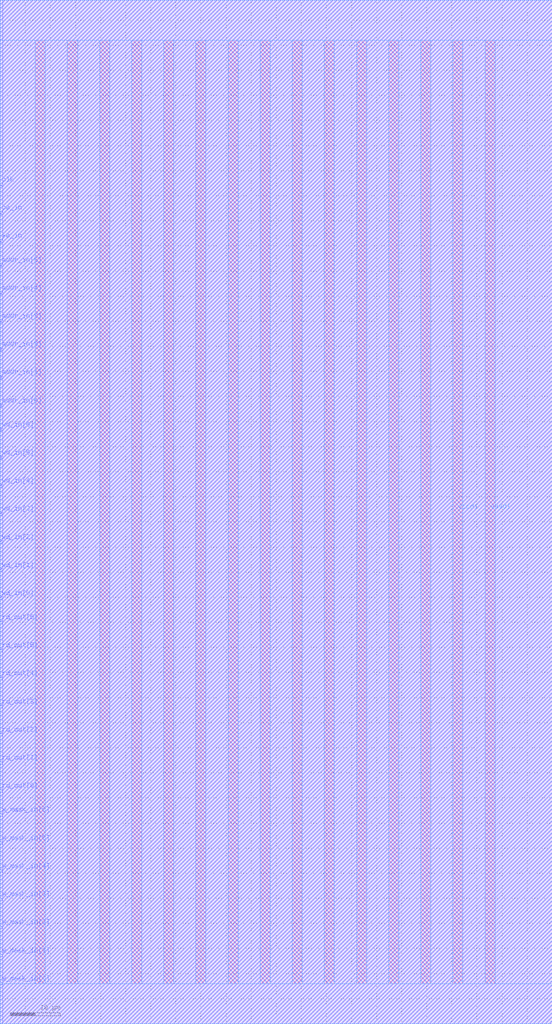
<source format=lef>
VERSION 5.7 ;
BUSBITCHARS "[]" ;
MACRO fakeram130_64x7
  FOREIGN fakeram130_64x7 0 0 ;
  SYMMETRY X Y R90 ;
  SIZE 110.000 BY 204.000 ;
  CLASS BLOCK ;
  PIN w_mask_in[0]
    DIRECTION INPUT ;
    USE SIGNAL ;
    SHAPE ABUTMENT ;
    PORT
      LAYER met3 ;
      RECT 0.000 7.750 0.500 8.250 ;
    END
  END w_mask_in[0]
  PIN w_mask_in[1]
    DIRECTION INPUT ;
    USE SIGNAL ;
    SHAPE ABUTMENT ;
    PORT
      LAYER met3 ;
      RECT 0.000 13.350 0.500 13.850 ;
    END
  END w_mask_in[1]
  PIN w_mask_in[2]
    DIRECTION INPUT ;
    USE SIGNAL ;
    SHAPE ABUTMENT ;
    PORT
      LAYER met3 ;
      RECT 0.000 18.950 0.500 19.450 ;
    END
  END w_mask_in[2]
  PIN w_mask_in[3]
    DIRECTION INPUT ;
    USE SIGNAL ;
    SHAPE ABUTMENT ;
    PORT
      LAYER met3 ;
      RECT 0.000 24.550 0.500 25.050 ;
    END
  END w_mask_in[3]
  PIN w_mask_in[4]
    DIRECTION INPUT ;
    USE SIGNAL ;
    SHAPE ABUTMENT ;
    PORT
      LAYER met3 ;
      RECT 0.000 30.150 0.500 30.650 ;
    END
  END w_mask_in[4]
  PIN w_mask_in[5]
    DIRECTION INPUT ;
    USE SIGNAL ;
    SHAPE ABUTMENT ;
    PORT
      LAYER met3 ;
      RECT 0.000 35.750 0.500 36.250 ;
    END
  END w_mask_in[5]
  PIN w_mask_in[6]
    DIRECTION INPUT ;
    USE SIGNAL ;
    SHAPE ABUTMENT ;
    PORT
      LAYER met3 ;
      RECT 0.000 41.350 0.500 41.850 ;
    END
  END w_mask_in[6]
  PIN rd_out[0]
    DIRECTION OUTPUT ;
    USE SIGNAL ;
    SHAPE ABUTMENT ;
    PORT
      LAYER met3 ;
      RECT 0.000 46.150 0.500 46.650 ;
    END
  END rd_out[0]
  PIN rd_out[1]
    DIRECTION OUTPUT ;
    USE SIGNAL ;
    SHAPE ABUTMENT ;
    PORT
      LAYER met3 ;
      RECT 0.000 51.750 0.500 52.250 ;
    END
  END rd_out[1]
  PIN rd_out[2]
    DIRECTION OUTPUT ;
    USE SIGNAL ;
    SHAPE ABUTMENT ;
    PORT
      LAYER met3 ;
      RECT 0.000 57.350 0.500 57.850 ;
    END
  END rd_out[2]
  PIN rd_out[3]
    DIRECTION OUTPUT ;
    USE SIGNAL ;
    SHAPE ABUTMENT ;
    PORT
      LAYER met3 ;
      RECT 0.000 62.950 0.500 63.450 ;
    END
  END rd_out[3]
  PIN rd_out[4]
    DIRECTION OUTPUT ;
    USE SIGNAL ;
    SHAPE ABUTMENT ;
    PORT
      LAYER met3 ;
      RECT 0.000 68.550 0.500 69.050 ;
    END
  END rd_out[4]
  PIN rd_out[5]
    DIRECTION OUTPUT ;
    USE SIGNAL ;
    SHAPE ABUTMENT ;
    PORT
      LAYER met3 ;
      RECT 0.000 74.150 0.500 74.650 ;
    END
  END rd_out[5]
  PIN rd_out[6]
    DIRECTION OUTPUT ;
    USE SIGNAL ;
    SHAPE ABUTMENT ;
    PORT
      LAYER met3 ;
      RECT 0.000 79.750 0.500 80.250 ;
    END
  END rd_out[6]
  PIN wd_in[0]
    DIRECTION INPUT ;
    USE SIGNAL ;
    SHAPE ABUTMENT ;
    PORT
      LAYER met3 ;
      RECT 0.000 84.550 0.500 85.050 ;
    END
  END wd_in[0]
  PIN wd_in[1]
    DIRECTION INPUT ;
    USE SIGNAL ;
    SHAPE ABUTMENT ;
    PORT
      LAYER met3 ;
      RECT 0.000 90.150 0.500 90.650 ;
    END
  END wd_in[1]
  PIN wd_in[2]
    DIRECTION INPUT ;
    USE SIGNAL ;
    SHAPE ABUTMENT ;
    PORT
      LAYER met3 ;
      RECT 0.000 95.750 0.500 96.250 ;
    END
  END wd_in[2]
  PIN wd_in[3]
    DIRECTION INPUT ;
    USE SIGNAL ;
    SHAPE ABUTMENT ;
    PORT
      LAYER met3 ;
      RECT 0.000 101.350 0.500 101.850 ;
    END
  END wd_in[3]
  PIN wd_in[4]
    DIRECTION INPUT ;
    USE SIGNAL ;
    SHAPE ABUTMENT ;
    PORT
      LAYER met3 ;
      RECT 0.000 106.950 0.500 107.450 ;
    END
  END wd_in[4]
  PIN wd_in[5]
    DIRECTION INPUT ;
    USE SIGNAL ;
    SHAPE ABUTMENT ;
    PORT
      LAYER met3 ;
      RECT 0.000 112.550 0.500 113.050 ;
    END
  END wd_in[5]
  PIN wd_in[6]
    DIRECTION INPUT ;
    USE SIGNAL ;
    SHAPE ABUTMENT ;
    PORT
      LAYER met3 ;
      RECT 0.000 118.150 0.500 118.650 ;
    END
  END wd_in[6]
  PIN addr_in[0]
    DIRECTION INPUT ;
    USE SIGNAL ;
    SHAPE ABUTMENT ;
    PORT
      LAYER met3 ;
      RECT 0.000 122.950 0.500 123.450 ;
    END
  END addr_in[0]
  PIN addr_in[1]
    DIRECTION INPUT ;
    USE SIGNAL ;
    SHAPE ABUTMENT ;
    PORT
      LAYER met3 ;
      RECT 0.000 128.550 0.500 129.050 ;
    END
  END addr_in[1]
  PIN addr_in[2]
    DIRECTION INPUT ;
    USE SIGNAL ;
    SHAPE ABUTMENT ;
    PORT
      LAYER met3 ;
      RECT 0.000 134.150 0.500 134.650 ;
    END
  END addr_in[2]
  PIN addr_in[3]
    DIRECTION INPUT ;
    USE SIGNAL ;
    SHAPE ABUTMENT ;
    PORT
      LAYER met3 ;
      RECT 0.000 139.750 0.500 140.250 ;
    END
  END addr_in[3]
  PIN addr_in[4]
    DIRECTION INPUT ;
    USE SIGNAL ;
    SHAPE ABUTMENT ;
    PORT
      LAYER met3 ;
      RECT 0.000 145.350 0.500 145.850 ;
    END
  END addr_in[4]
  PIN addr_in[5]
    DIRECTION INPUT ;
    USE SIGNAL ;
    SHAPE ABUTMENT ;
    PORT
      LAYER met3 ;
      RECT 0.000 150.950 0.500 151.450 ;
    END
  END addr_in[5]
  PIN we_in
    DIRECTION INPUT ;
    USE SIGNAL ;
    SHAPE ABUTMENT ;
    PORT
      LAYER met3 ;
      RECT 0.000 155.750 0.500 156.250 ;
    END
  END we_in
  PIN ce_in
    DIRECTION INPUT ;
    USE SIGNAL ;
    SHAPE ABUTMENT ;
    PORT
      LAYER met3 ;
      RECT 0.000 161.350 0.500 161.850 ;
    END
  END ce_in
  PIN clk
    DIRECTION INPUT ;
    USE SIGNAL ;
    SHAPE ABUTMENT ;
    PORT
      LAYER met3 ;
      RECT 0.000 166.950 0.500 167.450 ;
    END
  END clk
  PIN vssd1
    DIRECTION INOUT ;
    USE GROUND ;
    PORT
      LAYER met4 ;
      RECT 7.000 8.000 9.000 196.000 ;
      RECT 19.800 8.000 21.800 196.000 ;
      RECT 32.600 8.000 34.600 196.000 ;
      RECT 45.400 8.000 47.400 196.000 ;
      RECT 58.200 8.000 60.200 196.000 ;
      RECT 71.000 8.000 73.000 196.000 ;
      RECT 83.800 8.000 85.800 196.000 ;
      RECT 96.600 8.000 98.600 196.000 ;
    END
  END vssd1
  PIN vccd1
    DIRECTION INOUT ;
    USE POWER ;
    PORT
      LAYER met4 ;
      RECT 13.400 8.000 15.400 196.000 ;
      RECT 26.200 8.000 28.200 196.000 ;
      RECT 39.000 8.000 41.000 196.000 ;
      RECT 51.800 8.000 53.800 196.000 ;
      RECT 64.600 8.000 66.600 196.000 ;
      RECT 77.400 8.000 79.400 196.000 ;
      RECT 90.200 8.000 92.200 196.000 ;
    END
  END vccd1
  OBS
    LAYER met1 ;
    RECT 0 0 110.000 204.000 ;
    LAYER met2 ;
    RECT 0 0 110.000 204.000 ;
    LAYER met3 ;
    RECT 0.500 0 110.000 204.000 ;
    RECT 0 0.000 0.500 7.750 ;
    RECT 0 8.250 0.500 13.350 ;
    RECT 0 13.850 0.500 18.950 ;
    RECT 0 19.450 0.500 24.550 ;
    RECT 0 25.050 0.500 30.150 ;
    RECT 0 30.650 0.500 35.750 ;
    RECT 0 36.250 0.500 41.350 ;
    RECT 0 41.850 0.500 46.150 ;
    RECT 0 46.650 0.500 51.750 ;
    RECT 0 52.250 0.500 57.350 ;
    RECT 0 57.850 0.500 62.950 ;
    RECT 0 63.450 0.500 68.550 ;
    RECT 0 69.050 0.500 74.150 ;
    RECT 0 74.650 0.500 79.750 ;
    RECT 0 80.250 0.500 84.550 ;
    RECT 0 85.050 0.500 90.150 ;
    RECT 0 90.650 0.500 95.750 ;
    RECT 0 96.250 0.500 101.350 ;
    RECT 0 101.850 0.500 106.950 ;
    RECT 0 107.450 0.500 112.550 ;
    RECT 0 113.050 0.500 118.150 ;
    RECT 0 118.650 0.500 122.950 ;
    RECT 0 123.450 0.500 128.550 ;
    RECT 0 129.050 0.500 134.150 ;
    RECT 0 134.650 0.500 139.750 ;
    RECT 0 140.250 0.500 145.350 ;
    RECT 0 145.850 0.500 150.950 ;
    RECT 0 151.450 0.500 155.750 ;
    RECT 0 156.250 0.500 161.350 ;
    RECT 0 161.850 0.500 166.950 ;
    RECT 0 167.450 0.500 204.000 ;
    LAYER met4 ;
    RECT 0 0 110.000 8.000 ;
    RECT 0 196.000 110.000 204.000 ;
    RECT 0.000 8.000 7.000 196.000 ;
    RECT 9.000 8.000 13.400 196.000 ;
    RECT 15.400 8.000 19.800 196.000 ;
    RECT 21.800 8.000 26.200 196.000 ;
    RECT 28.200 8.000 32.600 196.000 ;
    RECT 34.600 8.000 39.000 196.000 ;
    RECT 41.000 8.000 45.400 196.000 ;
    RECT 47.400 8.000 51.800 196.000 ;
    RECT 53.800 8.000 58.200 196.000 ;
    RECT 60.200 8.000 64.600 196.000 ;
    RECT 66.600 8.000 71.000 196.000 ;
    RECT 73.000 8.000 77.400 196.000 ;
    RECT 79.400 8.000 83.800 196.000 ;
    RECT 85.800 8.000 90.200 196.000 ;
    RECT 92.200 8.000 96.600 196.000 ;
    RECT 98.600 8.000 110.000 196.000 ;
 END
END fakeram130_64x7

END LIBRARY

</source>
